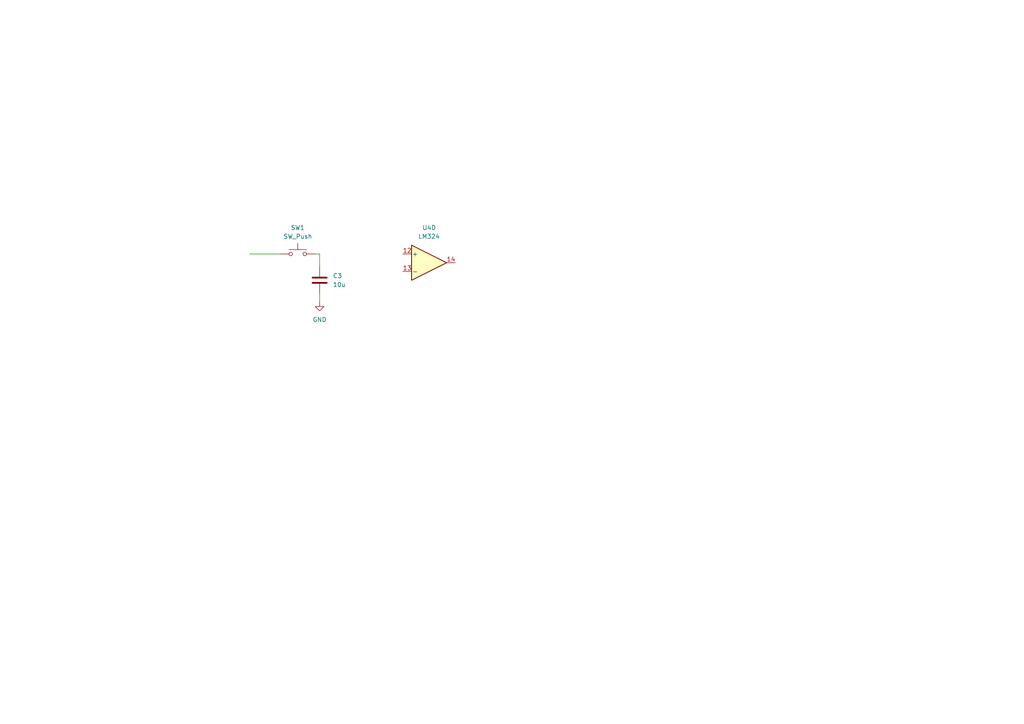
<source format=kicad_sch>
(kicad_sch (version 20231120) (generator "eeschema") (generator_version "8.0")
  (paper "A4")
  (lib_symbols
    (symbol "Amplifier_Operational:LM324" (pin_names (offset 0.127))
      (property "Reference" "U" (at 0 5.08 0))
      (property "Value" "LM324" (at 0 -5.08 0))
      (symbol "LM324_1_1"
        (polyline (pts (xy -5.08 5.08) (xy 5.08 0) (xy -5.08 -5.08) (xy -5.08 5.08)) (stroke (width 0.254)) (fill (type background)))
        (pin output line (at 7.62 0 180) (length 2.54) (name "~") (number "1"))
        (pin input line (at -7.62 -2.54 0) (length 2.54) (name "-") (number "2"))
        (pin input line (at -7.62 2.54 0) (length 2.54) (name "+") (number "3"))
      )
      (symbol "LM324_2_1"
        (polyline (pts (xy -5.08 5.08) (xy 5.08 0) (xy -5.08 -5.08) (xy -5.08 5.08)) (stroke (width 0.254)) (fill (type background)))
        (pin input line (at -7.62 2.54 0) (length 2.54) (name "+") (number "5"))
        (pin input line (at -7.62 -2.54 0) (length 2.54) (name "-") (number "6"))
        (pin output line (at 7.62 0 180) (length 2.54) (name "~") (number "7"))
      )
      (symbol "LM324_3_1"
        (polyline (pts (xy -5.08 5.08) (xy 5.08 0) (xy -5.08 -5.08) (xy -5.08 5.08)) (stroke (width 0.254)) (fill (type background)))
        (pin input line (at -7.62 2.54 0) (length 2.54) (name "+") (number "10"))
        (pin output line (at 7.62 0 180) (length 2.54) (name "~") (number "8"))
        (pin input line (at -7.62 -2.54 0) (length 2.54) (name "-") (number "9"))
      )
      (symbol "LM324_4_1"
        (polyline (pts (xy -5.08 5.08) (xy 5.08 0) (xy -5.08 -5.08) (xy -5.08 5.08)) (stroke (width 0.254)) (fill (type background)))
        (pin input line (at -7.62 2.54 0) (length 2.54) (name "+") (number "12"))
        (pin input line (at -7.62 -2.54 0) (length 2.54) (name "-") (number "13"))
        (pin output line (at 7.62 0 180) (length 2.54) (name "~") (number "14"))
      )
      (symbol "LM324_5_1"
        (pin power_in line (at -2.54 -7.62 90) (length 3.81) (name "V-") (number "11"))
        (pin power_in line (at -2.54 7.62 270) (length 3.81) (name "V+") (number "4"))
      )
    )
    (symbol "Device:C" (pin_numbers hide) (pin_names (offset 0.254))
      (property "Reference" "C" (at 0.635 2.54 0))
      (property "Value" "C" (at 0.635 -2.54 0))
      (symbol "C_0_1"
        (polyline (pts (xy -2.032 -0.762) (xy 2.032 -0.762)) (stroke (width 0.508)))
        (polyline (pts (xy -2.032 0.762) (xy 2.032 0.762)) (stroke (width 0.508)))
      )
      (symbol "C_1_1"
        (pin passive line (at 0 3.81 270) (length 2.794) (name "~") (number "1"))
        (pin passive line (at 0 -3.81 90) (length 2.794) (name "~") (number "2"))
      )
    )
    (symbol "Switch:SW_Push" (pin_numbers hide) (pin_names (offset 1.016) hide)
      (property "Reference" "SW" (at 1.27 2.54 0))
      (property "Value" "SW_Push" (at 0 -1.524 0))
      (symbol "SW_Push_0_1"
        (circle (center -2.032 0) (radius 0.508))
        (polyline (pts (xy 0 1.27) (xy 0 3.048)))
        (polyline (pts (xy 2.54 1.27) (xy -2.54 1.27)))
        (circle (center 2.032 0) (radius 0.508))
        (pin passive line (at -5.08 0 0) (length 2.54) (name "1") (number "1"))
        (pin passive line (at 5.08 0 180) (length 2.54) (name "2") (number "2"))
      )
    )
    (symbol "power:GND" (power) (pin_numbers hide) (pin_names (offset 0) hide)
      (property "Value" "GND" (at 0 -3.81 0))
      (symbol "GND_0_1"
        (polyline (pts (xy 0 0) (xy 0 -1.27) (xy 1.27 -1.27) (xy 0 -2.54) (xy -1.27 -1.27) (xy 0 -1.27)))
      )
      (symbol "GND_1_1"
        (pin power_in line (at 0 0 270) (length 0) (name "~") (number "1"))
      )
    )
  )
  (wire (pts (xy 72.39 73.66) (xy 81.28 73.66)))
  (wire (pts (xy 92.71 77.47) (xy 92.71 73.66)))
  (wire (pts (xy 92.71 87.63) (xy 92.71 85.09)))
  (wire (pts (xy 92.71 73.66) (xy 91.44 73.66)))
  (symbol (lib_id "Amplifier_Operational:LM324") (at 124.46 76.2 0) (unit 4)
    (property "Reference" "U4" (at 124.46 66.04 0))
    (property "Value" "LM324" (at 124.46 68.58 0))
    (property "Datasheet" "http://www.ti.com/lit/ds/symlink/lm2902-n.pdf" (effects (hide yes)))
    (property "Description" "Low-Power, Quad-Operational Amplifiers, DIP-14/SOIC-14/SSOP-14" (effects (hide yes)))
  )
  (symbol (lib_id "Switch:SW_Push") (at 86.36 73.66 0) (unit 1)
    (property "Reference" "SW1" (at 86.36 66.04 0))
    (property "Value" "SW_Push" (at 86.36 68.58 0))
    (property "Description" "Push button switch, generic, two pins" (effects (hide yes)))
  )
  (symbol (lib_id "power:GND") (at 92.71 87.63 0) (unit 1)
    (property "Reference" "#PWR06" (effects (hide yes)))
    (property "Value" "GND" (at 92.71 92.71 0))
    (property "Description" "Power symbol creates a global label with name \"GND\" , ground" (effects (hide yes)))
  )
  (symbol (lib_id "Device:C") (at 92.71 81.28 0) (unit 1)
    (property "Reference" "C3" (at 96.52 80.0099 0) (effects (justify left)))
    (property "Value" "10u" (at 96.52 82.5499 0) (effects (justify left)))
    (property "Description" "Unpolarized capacitor" (effects (hide yes)))
  )
)
</source>
